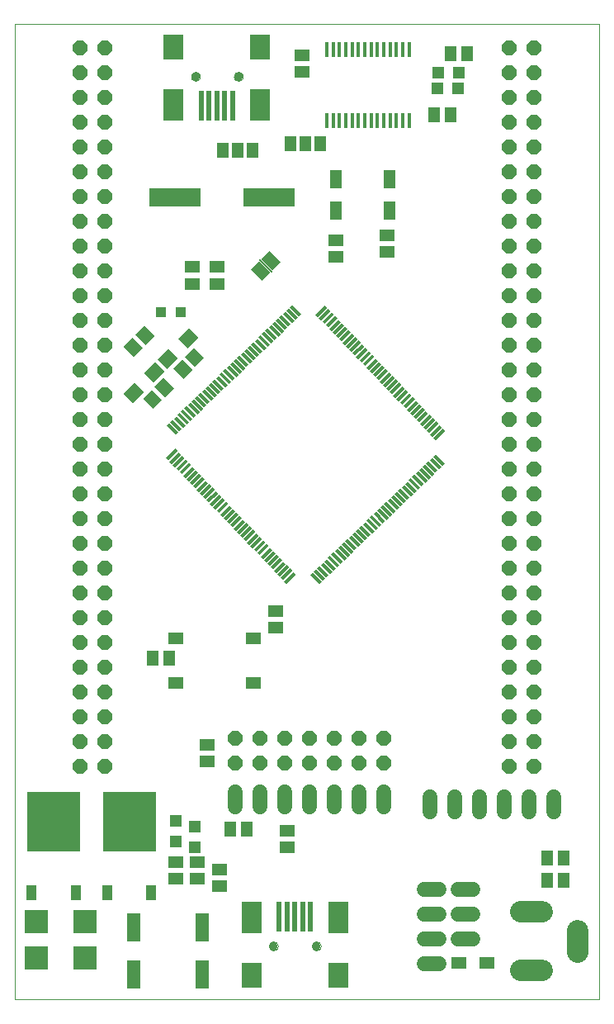
<source format=gts>
G75*
%MOIN*%
%OFA0B0*%
%FSLAX24Y24*%
%IPPOS*%
%LPD*%
%AMOC8*
5,1,8,0,0,1.08239X$1,22.5*
%
%ADD10C,0.0000*%
%ADD11R,0.0531X0.0138*%
%ADD12R,0.0591X0.0512*%
%ADD13R,0.2126X0.2441*%
%ADD14R,0.0394X0.0630*%
%ADD15R,0.0945X0.0945*%
%ADD16R,0.0551X0.1181*%
%ADD17C,0.0600*%
%ADD18R,0.0787X0.0984*%
%ADD19R,0.0787X0.1299*%
%ADD20R,0.0197X0.1220*%
%ADD21C,0.0354*%
%ADD22C,0.0860*%
%ADD23R,0.0591X0.0472*%
%ADD24R,0.0512X0.0591*%
%ADD25R,0.0630X0.0551*%
%ADD26R,0.0394X0.0394*%
%ADD27R,0.2100X0.0760*%
%ADD28R,0.0512X0.0748*%
%ADD29R,0.0460X0.0630*%
%ADD30R,0.0060X0.0720*%
%ADD31OC8,0.0600*%
%ADD32R,0.0472X0.0472*%
%ADD33R,0.0610X0.0512*%
%ADD34R,0.0157X0.0591*%
D10*
X000692Y001990D02*
X000692Y041360D01*
X024314Y041360D01*
X024314Y001990D01*
X000692Y001990D01*
X010968Y004155D02*
X010970Y004181D01*
X010976Y004207D01*
X010986Y004232D01*
X010999Y004255D01*
X011015Y004275D01*
X011035Y004293D01*
X011057Y004308D01*
X011080Y004320D01*
X011106Y004328D01*
X011132Y004332D01*
X011158Y004332D01*
X011184Y004328D01*
X011210Y004320D01*
X011234Y004308D01*
X011255Y004293D01*
X011275Y004275D01*
X011291Y004255D01*
X011304Y004232D01*
X011314Y004207D01*
X011320Y004181D01*
X011322Y004155D01*
X011320Y004129D01*
X011314Y004103D01*
X011304Y004078D01*
X011291Y004055D01*
X011275Y004035D01*
X011255Y004017D01*
X011233Y004002D01*
X011210Y003990D01*
X011184Y003982D01*
X011158Y003978D01*
X011132Y003978D01*
X011106Y003982D01*
X011080Y003990D01*
X011056Y004002D01*
X011035Y004017D01*
X011015Y004035D01*
X010999Y004055D01*
X010986Y004078D01*
X010976Y004103D01*
X010970Y004129D01*
X010968Y004155D01*
X012700Y004155D02*
X012702Y004181D01*
X012708Y004207D01*
X012718Y004232D01*
X012731Y004255D01*
X012747Y004275D01*
X012767Y004293D01*
X012789Y004308D01*
X012812Y004320D01*
X012838Y004328D01*
X012864Y004332D01*
X012890Y004332D01*
X012916Y004328D01*
X012942Y004320D01*
X012966Y004308D01*
X012987Y004293D01*
X013007Y004275D01*
X013023Y004255D01*
X013036Y004232D01*
X013046Y004207D01*
X013052Y004181D01*
X013054Y004155D01*
X013052Y004129D01*
X013046Y004103D01*
X013036Y004078D01*
X013023Y004055D01*
X013007Y004035D01*
X012987Y004017D01*
X012965Y004002D01*
X012942Y003990D01*
X012916Y003982D01*
X012890Y003978D01*
X012864Y003978D01*
X012838Y003982D01*
X012812Y003990D01*
X012788Y004002D01*
X012767Y004017D01*
X012747Y004035D01*
X012731Y004055D01*
X012718Y004078D01*
X012708Y004103D01*
X012702Y004129D01*
X012700Y004155D01*
X009550Y039254D02*
X009552Y039280D01*
X009558Y039306D01*
X009568Y039331D01*
X009581Y039354D01*
X009597Y039374D01*
X009617Y039392D01*
X009639Y039407D01*
X009662Y039419D01*
X009688Y039427D01*
X009714Y039431D01*
X009740Y039431D01*
X009766Y039427D01*
X009792Y039419D01*
X009816Y039407D01*
X009837Y039392D01*
X009857Y039374D01*
X009873Y039354D01*
X009886Y039331D01*
X009896Y039306D01*
X009902Y039280D01*
X009904Y039254D01*
X009902Y039228D01*
X009896Y039202D01*
X009886Y039177D01*
X009873Y039154D01*
X009857Y039134D01*
X009837Y039116D01*
X009815Y039101D01*
X009792Y039089D01*
X009766Y039081D01*
X009740Y039077D01*
X009714Y039077D01*
X009688Y039081D01*
X009662Y039089D01*
X009638Y039101D01*
X009617Y039116D01*
X009597Y039134D01*
X009581Y039154D01*
X009568Y039177D01*
X009558Y039202D01*
X009552Y039228D01*
X009550Y039254D01*
X007818Y039254D02*
X007820Y039280D01*
X007826Y039306D01*
X007836Y039331D01*
X007849Y039354D01*
X007865Y039374D01*
X007885Y039392D01*
X007907Y039407D01*
X007930Y039419D01*
X007956Y039427D01*
X007982Y039431D01*
X008008Y039431D01*
X008034Y039427D01*
X008060Y039419D01*
X008084Y039407D01*
X008105Y039392D01*
X008125Y039374D01*
X008141Y039354D01*
X008154Y039331D01*
X008164Y039306D01*
X008170Y039280D01*
X008172Y039254D01*
X008170Y039228D01*
X008164Y039202D01*
X008154Y039177D01*
X008141Y039154D01*
X008125Y039134D01*
X008105Y039116D01*
X008083Y039101D01*
X008060Y039089D01*
X008034Y039081D01*
X008008Y039077D01*
X007982Y039077D01*
X007956Y039081D01*
X007930Y039089D01*
X007906Y039101D01*
X007885Y039116D01*
X007865Y039134D01*
X007849Y039154D01*
X007836Y039177D01*
X007826Y039202D01*
X007820Y039228D01*
X007818Y039254D01*
D11*
G36*
X012176Y029568D02*
X011810Y029950D01*
X011910Y030046D01*
X012276Y029664D01*
X012176Y029568D01*
G37*
G36*
X012034Y029431D02*
X011668Y029813D01*
X011768Y029909D01*
X012134Y029527D01*
X012034Y029431D01*
G37*
G36*
X011892Y029295D02*
X011526Y029677D01*
X011626Y029773D01*
X011992Y029391D01*
X011892Y029295D01*
G37*
G36*
X011750Y029159D02*
X011384Y029541D01*
X011484Y029637D01*
X011850Y029255D01*
X011750Y029159D01*
G37*
G36*
X011607Y029023D02*
X011241Y029405D01*
X011341Y029501D01*
X011707Y029119D01*
X011607Y029023D01*
G37*
G36*
X011465Y028886D02*
X011099Y029268D01*
X011199Y029364D01*
X011565Y028982D01*
X011465Y028886D01*
G37*
G36*
X011323Y028750D02*
X010957Y029132D01*
X011057Y029228D01*
X011423Y028846D01*
X011323Y028750D01*
G37*
G36*
X011181Y028614D02*
X010815Y028996D01*
X010915Y029092D01*
X011281Y028710D01*
X011181Y028614D01*
G37*
G36*
X011039Y028478D02*
X010673Y028860D01*
X010773Y028956D01*
X011139Y028574D01*
X011039Y028478D01*
G37*
G36*
X010897Y028341D02*
X010531Y028723D01*
X010631Y028819D01*
X010997Y028437D01*
X010897Y028341D01*
G37*
G36*
X010755Y028205D02*
X010389Y028587D01*
X010489Y028683D01*
X010855Y028301D01*
X010755Y028205D01*
G37*
G36*
X010613Y028069D02*
X010247Y028451D01*
X010347Y028547D01*
X010713Y028165D01*
X010613Y028069D01*
G37*
G36*
X010471Y027933D02*
X010105Y028315D01*
X010205Y028411D01*
X010571Y028029D01*
X010471Y027933D01*
G37*
G36*
X010329Y027796D02*
X009963Y028178D01*
X010063Y028274D01*
X010429Y027892D01*
X010329Y027796D01*
G37*
G36*
X010187Y027660D02*
X009821Y028042D01*
X009921Y028138D01*
X010287Y027756D01*
X010187Y027660D01*
G37*
G36*
X010045Y027524D02*
X009679Y027906D01*
X009779Y028002D01*
X010145Y027620D01*
X010045Y027524D01*
G37*
G36*
X009903Y027388D02*
X009537Y027770D01*
X009637Y027866D01*
X010003Y027484D01*
X009903Y027388D01*
G37*
G36*
X009760Y027251D02*
X009394Y027633D01*
X009494Y027729D01*
X009860Y027347D01*
X009760Y027251D01*
G37*
G36*
X009618Y027115D02*
X009252Y027497D01*
X009352Y027593D01*
X009718Y027211D01*
X009618Y027115D01*
G37*
G36*
X009476Y026979D02*
X009110Y027361D01*
X009210Y027457D01*
X009576Y027075D01*
X009476Y026979D01*
G37*
G36*
X009334Y026843D02*
X008968Y027225D01*
X009068Y027321D01*
X009434Y026939D01*
X009334Y026843D01*
G37*
G36*
X009192Y026706D02*
X008826Y027088D01*
X008926Y027184D01*
X009292Y026802D01*
X009192Y026706D01*
G37*
G36*
X009050Y026570D02*
X008684Y026952D01*
X008784Y027048D01*
X009150Y026666D01*
X009050Y026570D01*
G37*
G36*
X008908Y026434D02*
X008542Y026816D01*
X008642Y026912D01*
X009008Y026530D01*
X008908Y026434D01*
G37*
G36*
X008766Y026298D02*
X008400Y026680D01*
X008500Y026776D01*
X008866Y026394D01*
X008766Y026298D01*
G37*
G36*
X008624Y026161D02*
X008258Y026543D01*
X008358Y026639D01*
X008724Y026257D01*
X008624Y026161D01*
G37*
G36*
X008482Y026025D02*
X008116Y026407D01*
X008216Y026503D01*
X008582Y026121D01*
X008482Y026025D01*
G37*
G36*
X008340Y025889D02*
X007974Y026271D01*
X008074Y026367D01*
X008440Y025985D01*
X008340Y025889D01*
G37*
G36*
X008198Y025753D02*
X007832Y026135D01*
X007932Y026231D01*
X008298Y025849D01*
X008198Y025753D01*
G37*
G36*
X008056Y025616D02*
X007690Y025998D01*
X007790Y026094D01*
X008156Y025712D01*
X008056Y025616D01*
G37*
G36*
X007913Y025480D02*
X007547Y025862D01*
X007647Y025958D01*
X008013Y025576D01*
X007913Y025480D01*
G37*
G36*
X007771Y025344D02*
X007405Y025726D01*
X007505Y025822D01*
X007871Y025440D01*
X007771Y025344D01*
G37*
G36*
X007629Y025208D02*
X007263Y025590D01*
X007363Y025686D01*
X007729Y025304D01*
X007629Y025208D01*
G37*
G36*
X007487Y025071D02*
X007121Y025453D01*
X007221Y025549D01*
X007587Y025167D01*
X007487Y025071D01*
G37*
G36*
X007345Y024935D02*
X006979Y025317D01*
X007079Y025413D01*
X007445Y025031D01*
X007345Y024935D01*
G37*
G36*
X007203Y024799D02*
X006837Y025181D01*
X006937Y025277D01*
X007303Y024895D01*
X007203Y024799D01*
G37*
G36*
X007287Y024127D02*
X006905Y023761D01*
X006809Y023861D01*
X007191Y024227D01*
X007287Y024127D01*
G37*
G36*
X007423Y023985D02*
X007041Y023619D01*
X006945Y023719D01*
X007327Y024085D01*
X007423Y023985D01*
G37*
G36*
X007560Y023843D02*
X007178Y023477D01*
X007082Y023577D01*
X007464Y023943D01*
X007560Y023843D01*
G37*
G36*
X007696Y023701D02*
X007314Y023335D01*
X007218Y023435D01*
X007600Y023801D01*
X007696Y023701D01*
G37*
G36*
X007832Y023559D02*
X007450Y023193D01*
X007354Y023293D01*
X007736Y023659D01*
X007832Y023559D01*
G37*
G36*
X007968Y023417D02*
X007586Y023051D01*
X007490Y023151D01*
X007872Y023517D01*
X007968Y023417D01*
G37*
G36*
X008105Y023275D02*
X007723Y022909D01*
X007627Y023009D01*
X008009Y023375D01*
X008105Y023275D01*
G37*
G36*
X008241Y023133D02*
X007859Y022767D01*
X007763Y022867D01*
X008145Y023233D01*
X008241Y023133D01*
G37*
G36*
X008377Y022991D02*
X007995Y022625D01*
X007899Y022725D01*
X008281Y023091D01*
X008377Y022991D01*
G37*
G36*
X008513Y022849D02*
X008131Y022483D01*
X008035Y022583D01*
X008417Y022949D01*
X008513Y022849D01*
G37*
G36*
X008650Y022706D02*
X008268Y022340D01*
X008172Y022440D01*
X008554Y022806D01*
X008650Y022706D01*
G37*
G36*
X008786Y022564D02*
X008404Y022198D01*
X008308Y022298D01*
X008690Y022664D01*
X008786Y022564D01*
G37*
G36*
X008922Y022422D02*
X008540Y022056D01*
X008444Y022156D01*
X008826Y022522D01*
X008922Y022422D01*
G37*
G36*
X009058Y022280D02*
X008676Y021914D01*
X008580Y022014D01*
X008962Y022380D01*
X009058Y022280D01*
G37*
G36*
X009195Y022138D02*
X008813Y021772D01*
X008717Y021872D01*
X009099Y022238D01*
X009195Y022138D01*
G37*
G36*
X009331Y021996D02*
X008949Y021630D01*
X008853Y021730D01*
X009235Y022096D01*
X009331Y021996D01*
G37*
G36*
X009467Y021854D02*
X009085Y021488D01*
X008989Y021588D01*
X009371Y021954D01*
X009467Y021854D01*
G37*
G36*
X009603Y021712D02*
X009221Y021346D01*
X009125Y021446D01*
X009507Y021812D01*
X009603Y021712D01*
G37*
G36*
X009740Y021570D02*
X009358Y021204D01*
X009262Y021304D01*
X009644Y021670D01*
X009740Y021570D01*
G37*
G36*
X009876Y021428D02*
X009494Y021062D01*
X009398Y021162D01*
X009780Y021528D01*
X009876Y021428D01*
G37*
G36*
X010012Y021286D02*
X009630Y020920D01*
X009534Y021020D01*
X009916Y021386D01*
X010012Y021286D01*
G37*
G36*
X010148Y021144D02*
X009766Y020778D01*
X009670Y020878D01*
X010052Y021244D01*
X010148Y021144D01*
G37*
G36*
X010285Y021002D02*
X009903Y020636D01*
X009807Y020736D01*
X010189Y021102D01*
X010285Y021002D01*
G37*
G36*
X010421Y020859D02*
X010039Y020493D01*
X009943Y020593D01*
X010325Y020959D01*
X010421Y020859D01*
G37*
G36*
X010557Y020717D02*
X010175Y020351D01*
X010079Y020451D01*
X010461Y020817D01*
X010557Y020717D01*
G37*
G36*
X010693Y020575D02*
X010311Y020209D01*
X010215Y020309D01*
X010597Y020675D01*
X010693Y020575D01*
G37*
G36*
X010830Y020433D02*
X010448Y020067D01*
X010352Y020167D01*
X010734Y020533D01*
X010830Y020433D01*
G37*
G36*
X010966Y020291D02*
X010584Y019925D01*
X010488Y020025D01*
X010870Y020391D01*
X010966Y020291D01*
G37*
G36*
X011102Y020149D02*
X010720Y019783D01*
X010624Y019883D01*
X011006Y020249D01*
X011102Y020149D01*
G37*
G36*
X011238Y020007D02*
X010856Y019641D01*
X010760Y019741D01*
X011142Y020107D01*
X011238Y020007D01*
G37*
G36*
X011375Y019865D02*
X010993Y019499D01*
X010897Y019599D01*
X011279Y019965D01*
X011375Y019865D01*
G37*
G36*
X011511Y019723D02*
X011129Y019357D01*
X011033Y019457D01*
X011415Y019823D01*
X011511Y019723D01*
G37*
G36*
X011647Y019581D02*
X011265Y019215D01*
X011169Y019315D01*
X011551Y019681D01*
X011647Y019581D01*
G37*
G36*
X011783Y019439D02*
X011401Y019073D01*
X011305Y019173D01*
X011687Y019539D01*
X011783Y019439D01*
G37*
G36*
X011920Y019297D02*
X011538Y018931D01*
X011442Y019031D01*
X011824Y019397D01*
X011920Y019297D01*
G37*
G36*
X012056Y019154D02*
X011674Y018788D01*
X011578Y018888D01*
X011960Y019254D01*
X012056Y019154D01*
G37*
G36*
X012728Y019239D02*
X013094Y018857D01*
X012994Y018761D01*
X012628Y019143D01*
X012728Y019239D01*
G37*
G36*
X012870Y019375D02*
X013236Y018993D01*
X013136Y018897D01*
X012770Y019279D01*
X012870Y019375D01*
G37*
G36*
X013012Y019511D02*
X013378Y019129D01*
X013278Y019033D01*
X012912Y019415D01*
X013012Y019511D01*
G37*
G36*
X013154Y019647D02*
X013520Y019265D01*
X013420Y019169D01*
X013054Y019551D01*
X013154Y019647D01*
G37*
G36*
X013296Y019784D02*
X013662Y019402D01*
X013562Y019306D01*
X013196Y019688D01*
X013296Y019784D01*
G37*
G36*
X013438Y019920D02*
X013804Y019538D01*
X013704Y019442D01*
X013338Y019824D01*
X013438Y019920D01*
G37*
G36*
X013580Y020056D02*
X013946Y019674D01*
X013846Y019578D01*
X013480Y019960D01*
X013580Y020056D01*
G37*
G36*
X013722Y020192D02*
X014088Y019810D01*
X013988Y019714D01*
X013622Y020096D01*
X013722Y020192D01*
G37*
G36*
X013864Y020329D02*
X014230Y019947D01*
X014130Y019851D01*
X013764Y020233D01*
X013864Y020329D01*
G37*
G36*
X014006Y020465D02*
X014372Y020083D01*
X014272Y019987D01*
X013906Y020369D01*
X014006Y020465D01*
G37*
G36*
X014148Y020601D02*
X014514Y020219D01*
X014414Y020123D01*
X014048Y020505D01*
X014148Y020601D01*
G37*
G36*
X014290Y020737D02*
X014656Y020355D01*
X014556Y020259D01*
X014190Y020641D01*
X014290Y020737D01*
G37*
G36*
X014433Y020874D02*
X014799Y020492D01*
X014699Y020396D01*
X014333Y020778D01*
X014433Y020874D01*
G37*
G36*
X014575Y021010D02*
X014941Y020628D01*
X014841Y020532D01*
X014475Y020914D01*
X014575Y021010D01*
G37*
G36*
X014717Y021146D02*
X015083Y020764D01*
X014983Y020668D01*
X014617Y021050D01*
X014717Y021146D01*
G37*
G36*
X014859Y021282D02*
X015225Y020900D01*
X015125Y020804D01*
X014759Y021186D01*
X014859Y021282D01*
G37*
G36*
X015001Y021419D02*
X015367Y021037D01*
X015267Y020941D01*
X014901Y021323D01*
X015001Y021419D01*
G37*
G36*
X015143Y021555D02*
X015509Y021173D01*
X015409Y021077D01*
X015043Y021459D01*
X015143Y021555D01*
G37*
G36*
X015285Y021691D02*
X015651Y021309D01*
X015551Y021213D01*
X015185Y021595D01*
X015285Y021691D01*
G37*
G36*
X015427Y021827D02*
X015793Y021445D01*
X015693Y021349D01*
X015327Y021731D01*
X015427Y021827D01*
G37*
G36*
X015569Y021964D02*
X015935Y021582D01*
X015835Y021486D01*
X015469Y021868D01*
X015569Y021964D01*
G37*
G36*
X015711Y022100D02*
X016077Y021718D01*
X015977Y021622D01*
X015611Y022004D01*
X015711Y022100D01*
G37*
G36*
X015853Y022236D02*
X016219Y021854D01*
X016119Y021758D01*
X015753Y022140D01*
X015853Y022236D01*
G37*
G36*
X015995Y022372D02*
X016361Y021990D01*
X016261Y021894D01*
X015895Y022276D01*
X015995Y022372D01*
G37*
G36*
X016138Y022509D02*
X016504Y022127D01*
X016404Y022031D01*
X016038Y022413D01*
X016138Y022509D01*
G37*
G36*
X016280Y022645D02*
X016646Y022263D01*
X016546Y022167D01*
X016180Y022549D01*
X016280Y022645D01*
G37*
G36*
X016422Y022781D02*
X016788Y022399D01*
X016688Y022303D01*
X016322Y022685D01*
X016422Y022781D01*
G37*
G36*
X016564Y022917D02*
X016930Y022535D01*
X016830Y022439D01*
X016464Y022821D01*
X016564Y022917D01*
G37*
G36*
X016706Y023054D02*
X017072Y022672D01*
X016972Y022576D01*
X016606Y022958D01*
X016706Y023054D01*
G37*
G36*
X016848Y023190D02*
X017214Y022808D01*
X017114Y022712D01*
X016748Y023094D01*
X016848Y023190D01*
G37*
G36*
X016990Y023326D02*
X017356Y022944D01*
X017256Y022848D01*
X016890Y023230D01*
X016990Y023326D01*
G37*
G36*
X017132Y023462D02*
X017498Y023080D01*
X017398Y022984D01*
X017032Y023366D01*
X017132Y023462D01*
G37*
G36*
X017274Y023599D02*
X017640Y023217D01*
X017540Y023121D01*
X017174Y023503D01*
X017274Y023599D01*
G37*
G36*
X017416Y023735D02*
X017782Y023353D01*
X017682Y023257D01*
X017316Y023639D01*
X017416Y023735D01*
G37*
G36*
X017558Y023871D02*
X017924Y023489D01*
X017824Y023393D01*
X017458Y023775D01*
X017558Y023871D01*
G37*
G36*
X017700Y024007D02*
X018066Y023625D01*
X017966Y023529D01*
X017600Y023911D01*
X017700Y024007D01*
G37*
G36*
X017616Y024679D02*
X017998Y025045D01*
X018094Y024945D01*
X017712Y024579D01*
X017616Y024679D01*
G37*
G36*
X017480Y024821D02*
X017862Y025187D01*
X017958Y025087D01*
X017576Y024721D01*
X017480Y024821D01*
G37*
G36*
X017344Y024963D02*
X017726Y025329D01*
X017822Y025229D01*
X017440Y024863D01*
X017344Y024963D01*
G37*
G36*
X017207Y025105D02*
X017589Y025471D01*
X017685Y025371D01*
X017303Y025005D01*
X017207Y025105D01*
G37*
G36*
X017071Y025247D02*
X017453Y025613D01*
X017549Y025513D01*
X017167Y025147D01*
X017071Y025247D01*
G37*
G36*
X016935Y025389D02*
X017317Y025755D01*
X017413Y025655D01*
X017031Y025289D01*
X016935Y025389D01*
G37*
G36*
X016799Y025532D02*
X017181Y025898D01*
X017277Y025798D01*
X016895Y025432D01*
X016799Y025532D01*
G37*
G36*
X016662Y025674D02*
X017044Y026040D01*
X017140Y025940D01*
X016758Y025574D01*
X016662Y025674D01*
G37*
G36*
X016526Y025816D02*
X016908Y026182D01*
X017004Y026082D01*
X016622Y025716D01*
X016526Y025816D01*
G37*
G36*
X016390Y025958D02*
X016772Y026324D01*
X016868Y026224D01*
X016486Y025858D01*
X016390Y025958D01*
G37*
G36*
X016254Y026100D02*
X016636Y026466D01*
X016732Y026366D01*
X016350Y026000D01*
X016254Y026100D01*
G37*
G36*
X016117Y026242D02*
X016499Y026608D01*
X016595Y026508D01*
X016213Y026142D01*
X016117Y026242D01*
G37*
G36*
X015981Y026384D02*
X016363Y026750D01*
X016459Y026650D01*
X016077Y026284D01*
X015981Y026384D01*
G37*
G36*
X015845Y026526D02*
X016227Y026892D01*
X016323Y026792D01*
X015941Y026426D01*
X015845Y026526D01*
G37*
G36*
X015709Y026668D02*
X016091Y027034D01*
X016187Y026934D01*
X015805Y026568D01*
X015709Y026668D01*
G37*
G36*
X015573Y026810D02*
X015955Y027176D01*
X016051Y027076D01*
X015669Y026710D01*
X015573Y026810D01*
G37*
G36*
X015436Y026952D02*
X015818Y027318D01*
X015914Y027218D01*
X015532Y026852D01*
X015436Y026952D01*
G37*
G36*
X015300Y027094D02*
X015682Y027460D01*
X015778Y027360D01*
X015396Y026994D01*
X015300Y027094D01*
G37*
G36*
X015164Y027236D02*
X015546Y027602D01*
X015642Y027502D01*
X015260Y027136D01*
X015164Y027236D01*
G37*
G36*
X015028Y027379D02*
X015410Y027745D01*
X015506Y027645D01*
X015124Y027279D01*
X015028Y027379D01*
G37*
G36*
X014891Y027521D02*
X015273Y027887D01*
X015369Y027787D01*
X014987Y027421D01*
X014891Y027521D01*
G37*
G36*
X014755Y027663D02*
X015137Y028029D01*
X015233Y027929D01*
X014851Y027563D01*
X014755Y027663D01*
G37*
G36*
X014619Y027805D02*
X015001Y028171D01*
X015097Y028071D01*
X014715Y027705D01*
X014619Y027805D01*
G37*
G36*
X014483Y027947D02*
X014865Y028313D01*
X014961Y028213D01*
X014579Y027847D01*
X014483Y027947D01*
G37*
G36*
X014346Y028089D02*
X014728Y028455D01*
X014824Y028355D01*
X014442Y027989D01*
X014346Y028089D01*
G37*
G36*
X014210Y028231D02*
X014592Y028597D01*
X014688Y028497D01*
X014306Y028131D01*
X014210Y028231D01*
G37*
G36*
X014074Y028373D02*
X014456Y028739D01*
X014552Y028639D01*
X014170Y028273D01*
X014074Y028373D01*
G37*
G36*
X013938Y028515D02*
X014320Y028881D01*
X014416Y028781D01*
X014034Y028415D01*
X013938Y028515D01*
G37*
G36*
X013801Y028657D02*
X014183Y029023D01*
X014279Y028923D01*
X013897Y028557D01*
X013801Y028657D01*
G37*
G36*
X013665Y028799D02*
X014047Y029165D01*
X014143Y029065D01*
X013761Y028699D01*
X013665Y028799D01*
G37*
G36*
X013529Y028941D02*
X013911Y029307D01*
X014007Y029207D01*
X013625Y028841D01*
X013529Y028941D01*
G37*
G36*
X013393Y029083D02*
X013775Y029449D01*
X013871Y029349D01*
X013489Y028983D01*
X013393Y029083D01*
G37*
G36*
X013256Y029226D02*
X013638Y029592D01*
X013734Y029492D01*
X013352Y029126D01*
X013256Y029226D01*
G37*
G36*
X013120Y029368D02*
X013502Y029734D01*
X013598Y029634D01*
X013216Y029268D01*
X013120Y029368D01*
G37*
G36*
X012984Y029510D02*
X013366Y029876D01*
X013462Y029776D01*
X013080Y029410D01*
X012984Y029510D01*
G37*
G36*
X012848Y029652D02*
X013230Y030018D01*
X013326Y029918D01*
X012944Y029552D01*
X012848Y029652D01*
G37*
D12*
X013684Y031970D03*
X013684Y032639D03*
X015751Y032836D03*
X015751Y032167D03*
X012306Y039450D03*
X012306Y040120D03*
X008861Y031557D03*
X008861Y030887D03*
X007877Y030887D03*
X007877Y031557D03*
X011223Y017679D03*
X011223Y017009D03*
X008467Y012265D03*
X008467Y011596D03*
X008074Y007541D03*
X008074Y006872D03*
X007188Y006872D03*
X007188Y007541D03*
X008960Y007246D03*
X008960Y006576D03*
X011715Y008151D03*
X011715Y008820D03*
D13*
X005318Y009175D03*
X002267Y009175D03*
D14*
X003164Y006301D03*
X004420Y006301D03*
X006215Y006301D03*
X001369Y006301D03*
D15*
X001578Y005139D03*
X001578Y003663D03*
X003546Y003663D03*
X003546Y005139D03*
D16*
X005515Y004903D03*
X005515Y003013D03*
X008271Y003013D03*
X008271Y004903D03*
D17*
X009601Y009761D02*
X009601Y010361D01*
X010601Y010361D02*
X010601Y009761D01*
X011601Y009761D02*
X011601Y010361D01*
X012601Y010361D02*
X012601Y009761D01*
X013601Y009761D02*
X013601Y010361D01*
X014601Y010361D02*
X014601Y009761D01*
X015601Y009761D02*
X015601Y010361D01*
X017483Y010164D02*
X017483Y009564D01*
X018483Y009564D02*
X018483Y010164D01*
X019483Y010164D02*
X019483Y009564D01*
X020483Y009564D02*
X020483Y010164D01*
X021483Y010164D02*
X021483Y009564D01*
X022483Y009564D02*
X022483Y010164D01*
X019201Y006435D02*
X018601Y006435D01*
X018601Y005435D02*
X019201Y005435D01*
X019201Y004435D02*
X018601Y004435D01*
X017823Y004443D02*
X017223Y004443D01*
X017223Y003443D02*
X017823Y003443D01*
X017823Y005443D02*
X017223Y005443D01*
X017223Y006443D02*
X017823Y006443D01*
D18*
X013763Y002974D03*
X010259Y002974D03*
X010613Y040435D03*
X007109Y040435D03*
D19*
X007109Y038112D03*
X010613Y038112D03*
X010259Y005297D03*
X013763Y005297D03*
D20*
X012641Y005336D03*
X012326Y005336D03*
X012011Y005336D03*
X011696Y005336D03*
X011381Y005336D03*
X009491Y038072D03*
X009176Y038072D03*
X008861Y038072D03*
X008546Y038072D03*
X008231Y038072D03*
D21*
X007995Y039254D03*
X009727Y039254D03*
X011145Y004155D03*
X012877Y004155D03*
D22*
X021128Y003171D02*
X021988Y003171D01*
X023448Y003922D02*
X023448Y004782D01*
X021988Y005533D02*
X021128Y005533D01*
D23*
X019767Y003466D03*
X018625Y003466D03*
D24*
X022208Y006813D03*
X022208Y007698D03*
X022877Y007698D03*
X022877Y006813D03*
X010082Y008880D03*
X009412Y008880D03*
X006932Y015769D03*
X006263Y015769D03*
G36*
X006651Y026199D02*
X006289Y025837D01*
X005873Y026253D01*
X006235Y026615D01*
X006651Y026199D01*
G37*
G36*
X007125Y026672D02*
X006763Y026310D01*
X006347Y026726D01*
X006709Y027088D01*
X007125Y026672D01*
G37*
G36*
X007873Y027415D02*
X007511Y027053D01*
X007095Y027469D01*
X007457Y027831D01*
X007873Y027415D01*
G37*
G36*
X008346Y027888D02*
X007984Y027526D01*
X007568Y027942D01*
X007930Y028304D01*
X008346Y027888D01*
G37*
G36*
X005559Y028828D02*
X005921Y029190D01*
X006337Y028774D01*
X005975Y028412D01*
X005559Y028828D01*
G37*
G36*
X005086Y028355D02*
X005448Y028717D01*
X005864Y028301D01*
X005502Y027939D01*
X005086Y028355D01*
G37*
X017641Y037718D03*
X018310Y037718D03*
X018290Y040159D03*
X018960Y040159D03*
D25*
G36*
X007287Y028659D02*
X007732Y029104D01*
X008121Y028715D01*
X007676Y028270D01*
X007287Y028659D01*
G37*
G36*
X007286Y027880D02*
X006841Y027435D01*
X006452Y027824D01*
X006897Y028269D01*
X007286Y027880D01*
G37*
G36*
X005909Y027281D02*
X006354Y027726D01*
X006743Y027337D01*
X006298Y026892D01*
X005909Y027281D01*
G37*
G36*
X005908Y026502D02*
X005463Y026057D01*
X005074Y026446D01*
X005519Y026891D01*
X005908Y026502D01*
G37*
D26*
X006597Y029746D03*
X007385Y029746D03*
D27*
X007158Y034372D03*
X010958Y034372D03*
D28*
X013684Y033840D03*
X013684Y035100D03*
X015849Y035100D03*
X015849Y033840D03*
D29*
X013024Y036537D03*
X012424Y036537D03*
X011824Y036537D03*
X010308Y036261D03*
X009708Y036261D03*
X009108Y036261D03*
G36*
X010657Y031888D02*
X010982Y032213D01*
X011427Y031768D01*
X011102Y031443D01*
X010657Y031888D01*
G37*
G36*
X010233Y031464D02*
X010558Y031789D01*
X011003Y031344D01*
X010678Y031019D01*
X010233Y031464D01*
G37*
D30*
G36*
X010555Y031849D02*
X010597Y031891D01*
X011105Y031383D01*
X011063Y031341D01*
X010555Y031849D01*
G37*
D31*
X004341Y031415D03*
X004341Y032415D03*
X004341Y033415D03*
X004341Y034415D03*
X004341Y035415D03*
X004341Y036415D03*
X004341Y037415D03*
X004341Y038415D03*
X004341Y039415D03*
X004341Y040415D03*
X003341Y040415D03*
X003341Y039415D03*
X003341Y038415D03*
X003341Y037415D03*
X003341Y036415D03*
X003341Y035415D03*
X003341Y034415D03*
X003341Y033415D03*
X003341Y032415D03*
X003341Y031415D03*
X003341Y030415D03*
X003341Y029415D03*
X003341Y028415D03*
X003341Y027415D03*
X003341Y026415D03*
X003341Y025415D03*
X003341Y024415D03*
X003341Y023415D03*
X003341Y022415D03*
X003341Y021415D03*
X003341Y020415D03*
X003341Y019415D03*
X003341Y018415D03*
X003341Y017415D03*
X003341Y016415D03*
X003341Y015415D03*
X003341Y014415D03*
X003341Y013415D03*
X003341Y012415D03*
X003341Y011415D03*
X004341Y011415D03*
X004341Y012415D03*
X004341Y013415D03*
X004341Y014415D03*
X004341Y015415D03*
X004341Y016415D03*
X004341Y017415D03*
X004341Y018415D03*
X004341Y019415D03*
X004341Y020415D03*
X004341Y021415D03*
X004341Y022415D03*
X004341Y023415D03*
X004341Y024415D03*
X004341Y025415D03*
X004341Y026415D03*
X004341Y027415D03*
X004341Y028415D03*
X004341Y029415D03*
X004341Y030415D03*
X009601Y012529D03*
X009601Y011529D03*
X010601Y011529D03*
X010601Y012529D03*
X011601Y012529D03*
X011601Y011529D03*
X012601Y011529D03*
X012601Y012529D03*
X013601Y012529D03*
X013601Y011529D03*
X014601Y011529D03*
X014601Y012529D03*
X015601Y012529D03*
X015601Y011529D03*
X020664Y011415D03*
X020664Y012415D03*
X020664Y013415D03*
X020664Y014415D03*
X020664Y015415D03*
X020664Y016415D03*
X020664Y017415D03*
X020664Y018415D03*
X020664Y019415D03*
X020664Y020415D03*
X020664Y021415D03*
X020664Y022415D03*
X020664Y023415D03*
X020664Y024415D03*
X020664Y025415D03*
X020664Y026415D03*
X020664Y027415D03*
X020664Y028415D03*
X020664Y029415D03*
X020664Y030415D03*
X020664Y031415D03*
X020664Y032415D03*
X020664Y033415D03*
X020664Y034415D03*
X020664Y035415D03*
X020664Y036415D03*
X020664Y037415D03*
X020664Y038415D03*
X020664Y039415D03*
X020664Y040415D03*
X021664Y040415D03*
X021664Y039415D03*
X021664Y038415D03*
X021664Y037415D03*
X021664Y036415D03*
X021664Y035415D03*
X021664Y034415D03*
X021664Y033415D03*
X021664Y032415D03*
X021664Y031415D03*
X021664Y030415D03*
X021664Y029415D03*
X021664Y028415D03*
X021664Y027415D03*
X021664Y026415D03*
X021664Y025415D03*
X021664Y024415D03*
X021664Y023415D03*
X021664Y022415D03*
X021664Y021415D03*
X021664Y020415D03*
X021664Y019415D03*
X021664Y018415D03*
X021664Y017415D03*
X021664Y016415D03*
X021664Y015415D03*
X021664Y014415D03*
X021664Y013415D03*
X021664Y012415D03*
X021664Y011415D03*
D32*
X007975Y008978D03*
X007975Y008151D03*
X007188Y008368D03*
X007188Y009194D03*
X017759Y038761D03*
X017798Y039411D03*
X018586Y038761D03*
X018625Y039411D03*
D33*
X010328Y016557D03*
X010328Y014785D03*
X007198Y014785D03*
X007198Y016557D03*
D34*
X013300Y037472D03*
X013556Y037472D03*
X013812Y037472D03*
X014068Y037472D03*
X014324Y037472D03*
X014580Y037472D03*
X014836Y037472D03*
X015091Y037472D03*
X015347Y037472D03*
X015603Y037472D03*
X015859Y037472D03*
X016115Y037472D03*
X016371Y037472D03*
X016627Y037472D03*
X016627Y040326D03*
X016371Y040326D03*
X016115Y040326D03*
X015859Y040326D03*
X015603Y040326D03*
X015347Y040326D03*
X015091Y040326D03*
X014836Y040326D03*
X014580Y040326D03*
X014324Y040326D03*
X014068Y040326D03*
X013812Y040326D03*
X013556Y040326D03*
X013300Y040326D03*
M02*

</source>
